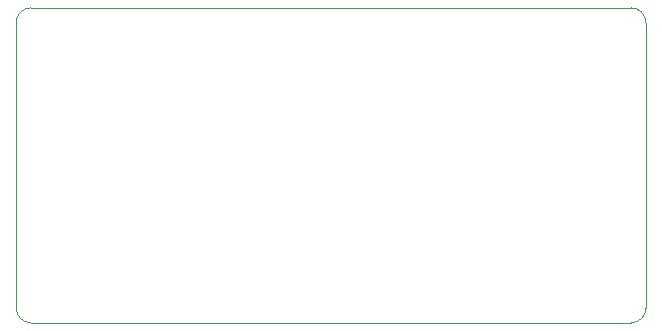
<source format=gm1>
%TF.GenerationSoftware,KiCad,Pcbnew,(5.1.10-0-10_14)*%
%TF.CreationDate,2021-11-02T11:36:45+01:00*%
%TF.ProjectId,USB_power_serial_breakout,5553425f-706f-4776-9572-5f7365726961,rev?*%
%TF.SameCoordinates,Original*%
%TF.FileFunction,Profile,NP*%
%FSLAX46Y46*%
G04 Gerber Fmt 4.6, Leading zero omitted, Abs format (unit mm)*
G04 Created by KiCad (PCBNEW (5.1.10-0-10_14)) date 2021-11-02 11:36:45*
%MOMM*%
%LPD*%
G01*
G04 APERTURE LIST*
%TA.AperFunction,Profile*%
%ADD10C,0.050000*%
%TD*%
G04 APERTURE END LIST*
D10*
X191770000Y-88900000D02*
G75*
G02*
X190500000Y-87630000I0J1270000D01*
G01*
X243840000Y-87630000D02*
G75*
G02*
X242570000Y-88900000I-1270000J0D01*
G01*
X242570000Y-62230000D02*
G75*
G02*
X243840000Y-63500000I0J-1270000D01*
G01*
X190500000Y-63500000D02*
G75*
G02*
X191770000Y-62230000I1270000J0D01*
G01*
X242570000Y-88900000D02*
X191770000Y-88900000D01*
X243840000Y-63500000D02*
X243840000Y-87630000D01*
X191770000Y-62230000D02*
X242570000Y-62230000D01*
X190500000Y-87630000D02*
X190500000Y-63500000D01*
M02*

</source>
